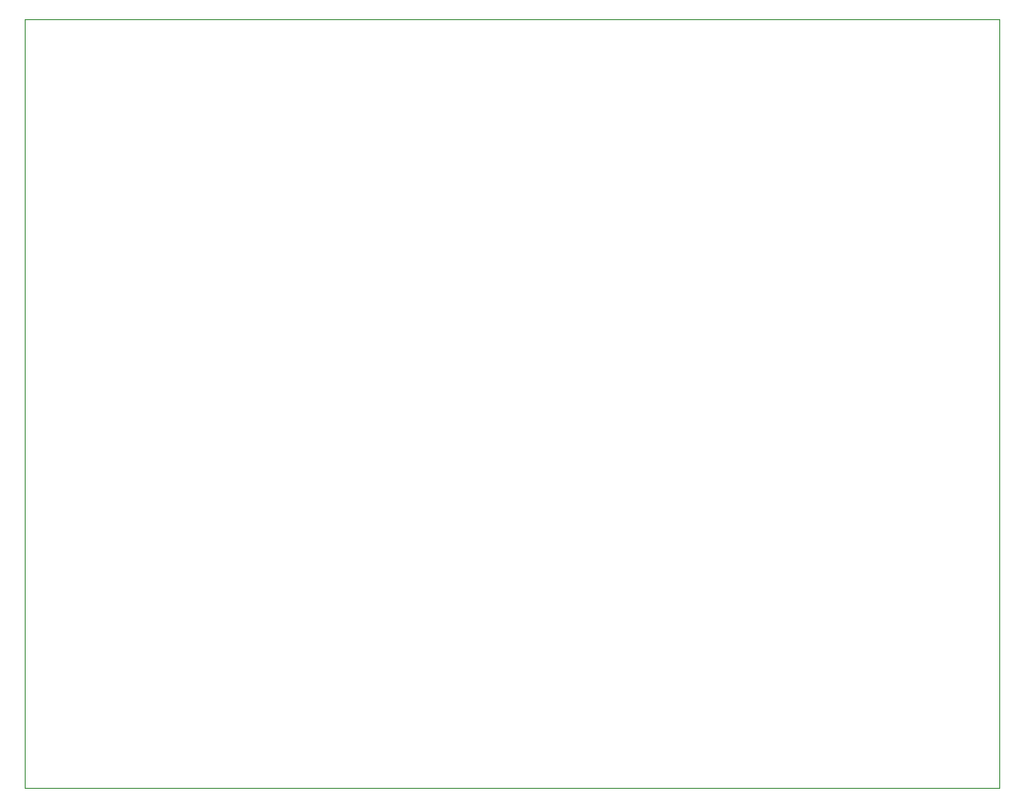
<source format=gm1>
%TF.GenerationSoftware,KiCad,Pcbnew,7.0.8*%
%TF.CreationDate,2023-10-23T01:27:40-07:00*%
%TF.ProjectId,motherboard,6d6f7468-6572-4626-9f61-72642e6b6963,1*%
%TF.SameCoordinates,Original*%
%TF.FileFunction,Profile,NP*%
%FSLAX46Y46*%
G04 Gerber Fmt 4.6, Leading zero omitted, Abs format (unit mm)*
G04 Created by KiCad (PCBNEW 7.0.8) date 2023-10-23 01:27:40*
%MOMM*%
%LPD*%
G01*
G04 APERTURE LIST*
%TA.AperFunction,Profile*%
%ADD10C,0.100000*%
%TD*%
G04 APERTURE END LIST*
D10*
X98360000Y-57590000D02*
X188530000Y-57590000D01*
X188530000Y-128710000D01*
X98360000Y-128710000D01*
X98360000Y-57590000D01*
M02*

</source>
